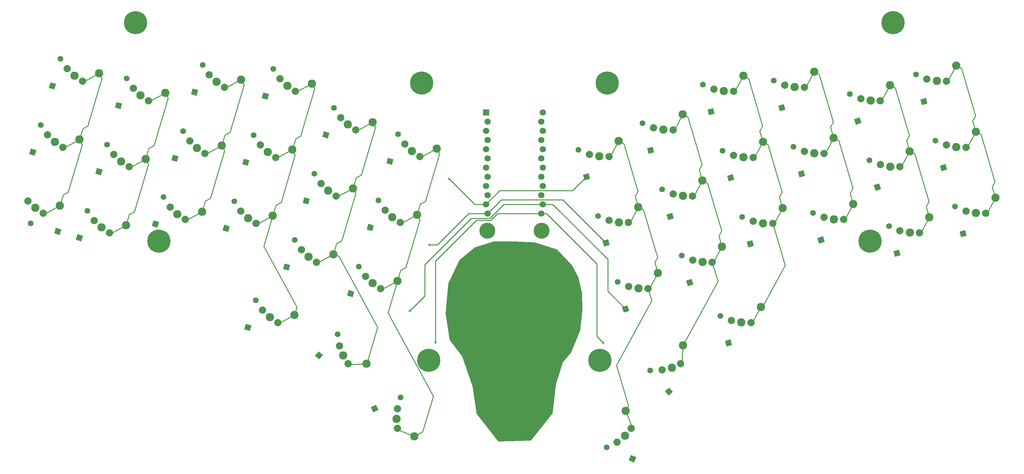
<source format=gtl>
G04 #@! TF.GenerationSoftware,KiCad,Pcbnew,5.1.6-c6e7f7d~87~ubuntu16.04.1*
G04 #@! TF.CreationDate,2020-08-10T13:21:27+02:00*
G04 #@! TF.ProjectId,ack42_pcb,61636b34-325f-4706-9362-2e6b69636164,rev?*
G04 #@! TF.SameCoordinates,Original*
G04 #@! TF.FileFunction,Copper,L1,Top*
G04 #@! TF.FilePolarity,Positive*
%FSLAX46Y46*%
G04 Gerber Fmt 4.6, Leading zero omitted, Abs format (unit mm)*
G04 Created by KiCad (PCBNEW 5.1.6-c6e7f7d~87~ubuntu16.04.1) date 2020-08-10 13:21:27*
%MOMM*%
%LPD*%
G01*
G04 APERTURE LIST*
G04 #@! TA.AperFunction,ComponentPad*
%ADD10C,2.000000*%
G04 #@! TD*
G04 #@! TA.AperFunction,ComponentPad*
%ADD11C,2.286000*%
G04 #@! TD*
G04 #@! TA.AperFunction,ComponentPad*
%ADD12C,4.400000*%
G04 #@! TD*
G04 #@! TA.AperFunction,ComponentPad*
%ADD13C,1.752600*%
G04 #@! TD*
G04 #@! TA.AperFunction,ComponentPad*
%ADD14R,1.752600X1.752600*%
G04 #@! TD*
G04 #@! TA.AperFunction,ComponentPad*
%ADD15C,0.100000*%
G04 #@! TD*
G04 #@! TA.AperFunction,ComponentPad*
%ADD16C,1.600000*%
G04 #@! TD*
G04 #@! TA.AperFunction,ComponentPad*
%ADD17C,6.400000*%
G04 #@! TD*
G04 #@! TA.AperFunction,ViaPad*
%ADD18C,0.600000*%
G04 #@! TD*
G04 #@! TA.AperFunction,Conductor*
%ADD19C,0.250000*%
G04 #@! TD*
G04 #@! TA.AperFunction,NonConductor*
%ADD20C,0.254000*%
G04 #@! TD*
G04 APERTURE END LIST*
D10*
X189205331Y-128503191D03*
D11*
X191895915Y-127831809D03*
X194968729Y-121721824D03*
D10*
X194341611Y-126762898D03*
X176784336Y-148404606D03*
D11*
X178939096Y-146659037D03*
X179141820Y-139822883D03*
D10*
X180703907Y-144656679D03*
X116114878Y-139234005D03*
D11*
X115921964Y-142000372D03*
X120783353Y-146810881D03*
D10*
X116182798Y-144656679D03*
X100191819Y-121876989D03*
D11*
X101186097Y-124465698D03*
X107625020Y-126770988D03*
D10*
X102545096Y-126762897D03*
D12*
X155943352Y-90022060D03*
X140943352Y-90022060D03*
D13*
X156291952Y-57332858D03*
X141051952Y-85272858D03*
X155834752Y-59872858D03*
X156291952Y-62412858D03*
X155834752Y-64952858D03*
X156291952Y-67492858D03*
X155834752Y-70032858D03*
X156291952Y-72572858D03*
X155834752Y-75112858D03*
X156291952Y-77652858D03*
X155834752Y-80192858D03*
X156291952Y-82732858D03*
X155834752Y-85272858D03*
X140594752Y-82732858D03*
X141051952Y-80192858D03*
X140594752Y-77652858D03*
X141051952Y-75112858D03*
X140594752Y-72572858D03*
X141051952Y-70032858D03*
X140594752Y-67492858D03*
X141051952Y-64952858D03*
X140594752Y-62412858D03*
X141051952Y-59872858D03*
D14*
X140594752Y-57332858D03*
G04 #@! TA.AperFunction,ComponentPad*
D15*
G36*
X21445441Y-51018363D02*
G01*
X19911329Y-50563939D01*
X20365753Y-49029827D01*
X21899865Y-49484251D01*
X21445441Y-51018363D01*
G37*
G04 #@! TD.AperFunction*
D16*
X23120917Y-42545301D03*
G04 #@! TA.AperFunction,ComponentPad*
D15*
G36*
X114618942Y-71838763D02*
G01*
X113084830Y-71384339D01*
X113539254Y-69850227D01*
X115073366Y-70304651D01*
X114618942Y-71838763D01*
G37*
G04 #@! TD.AperFunction*
D16*
X116294418Y-63365701D03*
D10*
X122349161Y-69508297D03*
D11*
X126956556Y-67368762D03*
X120146652Y-68000666D03*
D10*
X118151495Y-66074699D03*
D17*
X124822153Y-125876560D03*
X253004352Y-32576859D03*
X246631254Y-92921759D03*
X172064552Y-125876559D03*
X174069552Y-49178859D03*
X50255452Y-92921759D03*
X122817151Y-49178859D03*
X43882354Y-32576860D03*
D10*
X23764661Y-66953694D03*
D11*
X28372056Y-64814159D03*
X21562152Y-65446063D03*
D10*
X19566995Y-63520096D03*
X116938663Y-87773794D03*
D11*
X121546058Y-85634259D03*
X114736154Y-86266163D03*
D10*
X112740997Y-84340196D03*
G04 #@! TA.AperFunction,ComponentPad*
D15*
G36*
X39710742Y-56429365D02*
G01*
X38176630Y-55974941D01*
X38631054Y-54440829D01*
X40165166Y-54895253D01*
X39710742Y-56429365D01*
G37*
G04 #@! TD.AperFunction*
D16*
X41386218Y-47956303D03*
G04 #@! TA.AperFunction,ComponentPad*
D15*
G36*
X60674342Y-52730363D02*
G01*
X59140230Y-52275939D01*
X59594654Y-50741827D01*
X61128766Y-51196251D01*
X60674342Y-52730363D01*
G37*
G04 #@! TD.AperFunction*
D16*
X62349818Y-44257301D03*
G04 #@! TA.AperFunction,ComponentPad*
D15*
G36*
X80217942Y-53826366D02*
G01*
X78683830Y-53371942D01*
X79138254Y-51837830D01*
X80672366Y-52292254D01*
X80217942Y-53826366D01*
G37*
G04 #@! TD.AperFunction*
D16*
X81893418Y-45353304D03*
G04 #@! TA.AperFunction,ComponentPad*
D15*
G36*
X96921441Y-64510364D02*
G01*
X95387329Y-64055940D01*
X95841753Y-62521828D01*
X97375865Y-62976252D01*
X96921441Y-64510364D01*
G37*
G04 #@! TD.AperFunction*
D16*
X98596917Y-56037302D03*
G04 #@! TA.AperFunction,ComponentPad*
D15*
G36*
X169323699Y-75672972D02*
G01*
X167789587Y-76127396D01*
X167335163Y-74593284D01*
X168869275Y-74138860D01*
X169323699Y-75672972D01*
G37*
G04 #@! TD.AperFunction*
D16*
X166114111Y-67654334D03*
G04 #@! TA.AperFunction,ComponentPad*
D15*
G36*
X187021198Y-68344571D02*
G01*
X185487086Y-68798995D01*
X185032662Y-67264883D01*
X186566774Y-66810459D01*
X187021198Y-68344571D01*
G37*
G04 #@! TD.AperFunction*
D16*
X183811610Y-60325933D03*
G04 #@! TA.AperFunction,ComponentPad*
D15*
G36*
X203724697Y-57660571D02*
G01*
X202190585Y-58114995D01*
X201736161Y-56580883D01*
X203270273Y-56126459D01*
X203724697Y-57660571D01*
G37*
G04 #@! TD.AperFunction*
D16*
X200515109Y-49641933D03*
G04 #@! TA.AperFunction,ComponentPad*
D15*
G36*
X223268299Y-56564572D02*
G01*
X221734187Y-57018996D01*
X221279763Y-55484884D01*
X222813875Y-55030460D01*
X223268299Y-56564572D01*
G37*
G04 #@! TD.AperFunction*
D16*
X220058711Y-48545934D03*
G04 #@! TA.AperFunction,ComponentPad*
D15*
G36*
X244231896Y-60263572D02*
G01*
X242697784Y-60717996D01*
X242243360Y-59183884D01*
X243777472Y-58729460D01*
X244231896Y-60263572D01*
G37*
G04 #@! TD.AperFunction*
D16*
X241022308Y-52244934D03*
G04 #@! TA.AperFunction,ComponentPad*
D15*
G36*
X262497198Y-54852571D02*
G01*
X260963086Y-55306995D01*
X260508662Y-53772883D01*
X262042774Y-53318459D01*
X262497198Y-54852571D01*
G37*
G04 #@! TD.AperFunction*
D16*
X259287610Y-46833933D03*
G04 #@! TA.AperFunction,ComponentPad*
D15*
G36*
X16034440Y-69284163D02*
G01*
X14500328Y-68829739D01*
X14954752Y-67295627D01*
X16488864Y-67750051D01*
X16034440Y-69284163D01*
G37*
G04 #@! TD.AperFunction*
D16*
X17709916Y-60811101D03*
G04 #@! TA.AperFunction,ComponentPad*
D15*
G36*
X34300441Y-74694663D02*
G01*
X32766329Y-74240239D01*
X33220753Y-72706127D01*
X34754865Y-73160551D01*
X34300441Y-74694663D01*
G37*
G04 #@! TD.AperFunction*
D16*
X35975917Y-66221601D03*
G04 #@! TA.AperFunction,ComponentPad*
D15*
G36*
X55263940Y-70996363D02*
G01*
X53729828Y-70541939D01*
X54184252Y-69007827D01*
X55718364Y-69462251D01*
X55263940Y-70996363D01*
G37*
G04 #@! TD.AperFunction*
D16*
X56939416Y-62523301D03*
G04 #@! TA.AperFunction,ComponentPad*
D15*
G36*
X74807441Y-72092162D02*
G01*
X73273329Y-71637738D01*
X73727753Y-70103626D01*
X75261865Y-70558050D01*
X74807441Y-72092162D01*
G37*
G04 #@! TD.AperFunction*
D16*
X76482917Y-63619100D03*
G04 #@! TA.AperFunction,ComponentPad*
D15*
G36*
X91510942Y-82776164D02*
G01*
X89976830Y-82321740D01*
X90431254Y-80787628D01*
X91965366Y-81242052D01*
X91510942Y-82776164D01*
G37*
G04 #@! TD.AperFunction*
D16*
X93186418Y-74303102D03*
G04 #@! TA.AperFunction,ComponentPad*
D15*
G36*
X109208443Y-90104261D02*
G01*
X107674331Y-89649837D01*
X108128755Y-88115725D01*
X109662867Y-88570149D01*
X109208443Y-90104261D01*
G37*
G04 #@! TD.AperFunction*
D16*
X110883919Y-81631199D03*
G04 #@! TA.AperFunction,ComponentPad*
D15*
G36*
X174734197Y-93938473D02*
G01*
X173200085Y-94392897D01*
X172745661Y-92858785D01*
X174279773Y-92404361D01*
X174734197Y-93938473D01*
G37*
G04 #@! TD.AperFunction*
D16*
X171524609Y-85919835D03*
G04 #@! TA.AperFunction,ComponentPad*
D15*
G36*
X192431698Y-86610372D02*
G01*
X190897586Y-87064796D01*
X190443162Y-85530684D01*
X191977274Y-85076260D01*
X192431698Y-86610372D01*
G37*
G04 #@! TD.AperFunction*
D16*
X189222110Y-78591734D03*
X205925608Y-67907734D03*
G04 #@! TA.AperFunction,ComponentPad*
D15*
G36*
X209135196Y-75926372D02*
G01*
X207601084Y-76380796D01*
X207146660Y-74846684D01*
X208680772Y-74392260D01*
X209135196Y-75926372D01*
G37*
G04 #@! TD.AperFunction*
G04 #@! TA.AperFunction,ComponentPad*
G36*
X228678698Y-74830572D02*
G01*
X227144586Y-75284996D01*
X226690162Y-73750884D01*
X228224274Y-73296460D01*
X228678698Y-74830572D01*
G37*
G04 #@! TD.AperFunction*
D16*
X225469110Y-66811934D03*
G04 #@! TA.AperFunction,ComponentPad*
D15*
G36*
X249642198Y-78528873D02*
G01*
X248108086Y-78983297D01*
X247653662Y-77449185D01*
X249187774Y-76994761D01*
X249642198Y-78528873D01*
G37*
G04 #@! TD.AperFunction*
D16*
X246432610Y-70510235D03*
G04 #@! TA.AperFunction,ComponentPad*
D15*
G36*
X267908199Y-73118370D02*
G01*
X266374087Y-73572794D01*
X265919663Y-72038682D01*
X267453775Y-71584258D01*
X267908199Y-73118370D01*
G37*
G04 #@! TD.AperFunction*
D16*
X264698611Y-65099732D03*
G04 #@! TA.AperFunction,ComponentPad*
D15*
G36*
X23373178Y-89657952D02*
G01*
X22918754Y-91192064D01*
X21384642Y-90737640D01*
X21839066Y-89203528D01*
X23373178Y-89657952D01*
G37*
G04 #@! TD.AperFunction*
D16*
X14900116Y-87982476D03*
G04 #@! TA.AperFunction,ComponentPad*
D15*
G36*
X28889441Y-92960165D02*
G01*
X27355329Y-92505741D01*
X27809753Y-90971629D01*
X29343865Y-91426053D01*
X28889441Y-92960165D01*
G37*
G04 #@! TD.AperFunction*
D16*
X30564917Y-84487103D03*
G04 #@! TA.AperFunction,ComponentPad*
D15*
G36*
X49881842Y-89165980D02*
G01*
X48347730Y-88711556D01*
X48802154Y-87177444D01*
X50336266Y-87631868D01*
X49881842Y-89165980D01*
G37*
G04 #@! TD.AperFunction*
D16*
X51557318Y-80692918D03*
G04 #@! TA.AperFunction,ComponentPad*
D15*
G36*
X69396942Y-90357663D02*
G01*
X67862830Y-89903239D01*
X68317254Y-88369127D01*
X69851366Y-88823551D01*
X69396942Y-90357663D01*
G37*
G04 #@! TD.AperFunction*
D16*
X71072418Y-81884601D03*
G04 #@! TA.AperFunction,ComponentPad*
D15*
G36*
X86100441Y-101041663D02*
G01*
X84566329Y-100587239D01*
X85020753Y-99053127D01*
X86554865Y-99507551D01*
X86100441Y-101041663D01*
G37*
G04 #@! TD.AperFunction*
D16*
X87775917Y-92568601D03*
G04 #@! TA.AperFunction,ComponentPad*
D15*
G36*
X103797941Y-108369765D02*
G01*
X102263829Y-107915341D01*
X102718253Y-106381229D01*
X104252365Y-106835653D01*
X103797941Y-108369765D01*
G37*
G04 #@! TD.AperFunction*
D16*
X105473417Y-99896703D03*
G04 #@! TA.AperFunction,ComponentPad*
D15*
G36*
X180144697Y-112203972D02*
G01*
X178610585Y-112658396D01*
X178156161Y-111124284D01*
X179690273Y-110669860D01*
X180144697Y-112203972D01*
G37*
G04 #@! TD.AperFunction*
D16*
X176935109Y-104185334D03*
G04 #@! TA.AperFunction,ComponentPad*
D15*
G36*
X197842197Y-104875871D02*
G01*
X196308085Y-105330295D01*
X195853661Y-103796183D01*
X197387773Y-103341759D01*
X197842197Y-104875871D01*
G37*
G04 #@! TD.AperFunction*
D16*
X194632609Y-96857233D03*
G04 #@! TA.AperFunction,ComponentPad*
D15*
G36*
X214545698Y-94191870D02*
G01*
X213011586Y-94646294D01*
X212557162Y-93112182D01*
X214091274Y-92657758D01*
X214545698Y-94191870D01*
G37*
G04 #@! TD.AperFunction*
D16*
X211336110Y-86173232D03*
G04 #@! TA.AperFunction,ComponentPad*
D15*
G36*
X234089198Y-93096071D02*
G01*
X232555086Y-93550495D01*
X232100662Y-92016383D01*
X233634774Y-91561959D01*
X234089198Y-93096071D01*
G37*
G04 #@! TD.AperFunction*
D16*
X230879610Y-85077433D03*
G04 #@! TA.AperFunction,ComponentPad*
D15*
G36*
X255053199Y-96794372D02*
G01*
X253519087Y-97248796D01*
X253064663Y-95714684D01*
X254598775Y-95260260D01*
X255053199Y-96794372D01*
G37*
G04 #@! TD.AperFunction*
D16*
X251843611Y-88775734D03*
G04 #@! TA.AperFunction,ComponentPad*
D15*
G36*
X273318198Y-91383871D02*
G01*
X271784086Y-91838295D01*
X271329662Y-90304183D01*
X272863774Y-89849759D01*
X273318198Y-91383871D01*
G37*
G04 #@! TD.AperFunction*
D16*
X270108610Y-83365233D03*
G04 #@! TA.AperFunction,ComponentPad*
D15*
G36*
X75392443Y-117738064D02*
G01*
X73858331Y-117283640D01*
X74312755Y-115749528D01*
X75846867Y-116203952D01*
X75392443Y-117738064D01*
G37*
G04 #@! TD.AperFunction*
D16*
X77067919Y-109265002D03*
G04 #@! TA.AperFunction,ComponentPad*
D15*
G36*
X94554237Y-125608085D02*
G01*
X93355907Y-124547893D01*
X94416099Y-123349563D01*
X95614429Y-124409755D01*
X94554237Y-125608085D01*
G37*
G04 #@! TD.AperFunction*
D16*
X99653604Y-118636970D03*
G04 #@! TA.AperFunction,ComponentPad*
D15*
G36*
X109428666Y-140232981D02*
G01*
X108790668Y-138765685D01*
X110257964Y-138127687D01*
X110895962Y-139594983D01*
X109428666Y-140232981D01*
G37*
G04 #@! TD.AperFunction*
D16*
X116996383Y-136070092D03*
G04 #@! TA.AperFunction,ComponentPad*
D15*
G36*
X182074927Y-152613292D02*
G01*
X181436929Y-154080588D01*
X179969633Y-153442590D01*
X180607631Y-151975294D01*
X182074927Y-152613292D01*
G37*
G04 #@! TD.AperFunction*
D16*
X173869212Y-149917699D03*
G04 #@! TA.AperFunction,ComponentPad*
D15*
G36*
X192221567Y-134553457D02*
G01*
X191023237Y-135613649D01*
X189963045Y-134415319D01*
X191161375Y-133355127D01*
X192221567Y-134553457D01*
G37*
G04 #@! TD.AperFunction*
D16*
X185923870Y-128642534D03*
G04 #@! TA.AperFunction,ComponentPad*
D15*
G36*
X208550198Y-121572273D02*
G01*
X207016086Y-122026697D01*
X206561662Y-120492585D01*
X208095774Y-120038161D01*
X208550198Y-121572273D01*
G37*
G04 #@! TD.AperFunction*
D16*
X205340610Y-113553635D03*
D10*
X29175662Y-48687896D03*
D11*
X33783057Y-46548361D03*
X26973153Y-47180265D03*
D10*
X24977996Y-45254298D03*
X47440961Y-54098895D03*
D11*
X52048356Y-51959360D03*
X45238452Y-52591264D03*
D10*
X43243295Y-50665297D03*
X68404562Y-50399896D03*
D11*
X73011957Y-48260361D03*
X66202053Y-48892265D03*
D10*
X64206896Y-46966298D03*
X87948163Y-51495896D03*
D11*
X92555558Y-49356361D03*
X85745654Y-49988265D03*
D10*
X83750497Y-48062298D03*
X104651661Y-62179895D03*
D11*
X109259056Y-60040360D03*
X102449152Y-60672264D03*
D10*
X100453995Y-58746297D03*
X174537544Y-69508295D03*
D11*
X177236355Y-65204563D03*
X171869249Y-69443462D03*
D10*
X169147013Y-68914851D03*
X192235044Y-62179895D03*
D11*
X194933855Y-57876163D03*
X189566749Y-62115062D03*
D10*
X186844513Y-61586451D03*
X208938544Y-51495896D03*
D11*
X211637355Y-47192164D03*
X206270249Y-51431063D03*
D10*
X203548013Y-50902452D03*
X228482143Y-50399895D03*
D11*
X231180954Y-46096163D03*
X225813848Y-50335062D03*
D10*
X223091612Y-49806451D03*
X249445742Y-54098896D03*
D11*
X252144553Y-49795164D03*
X246777447Y-54034063D03*
D10*
X244055211Y-53505452D03*
X267711045Y-48687896D03*
D11*
X270409856Y-44384164D03*
X265042750Y-48623063D03*
D10*
X262320514Y-48094452D03*
X42030662Y-72364195D03*
D11*
X46638057Y-70224660D03*
X39828153Y-70856564D03*
D10*
X37832996Y-68930597D03*
X62994162Y-68665897D03*
D11*
X67601557Y-66526362D03*
X60791653Y-67158266D03*
D10*
X58796496Y-65232299D03*
X82537660Y-69761696D03*
D11*
X87145055Y-67622161D03*
X80335151Y-68254065D03*
D10*
X78339994Y-66328098D03*
X99241162Y-80445697D03*
D11*
X103848557Y-78306162D03*
X97038653Y-78938066D03*
D10*
X95043496Y-77012099D03*
X179948043Y-87773795D03*
D11*
X182646854Y-83470063D03*
X177279748Y-87708962D03*
D10*
X174557512Y-87180351D03*
X197645543Y-80445697D03*
D11*
X200344354Y-76141965D03*
X194977248Y-80380864D03*
D10*
X192255012Y-79852253D03*
X214349043Y-69761695D03*
D11*
X217047854Y-65457963D03*
X211680748Y-69696862D03*
D10*
X208958512Y-69168251D03*
X233892544Y-68665897D03*
D11*
X236591355Y-64362165D03*
X231224249Y-68601064D03*
D10*
X228502013Y-68072453D03*
X254856043Y-72364198D03*
D11*
X257554854Y-68060466D03*
X252187748Y-72299365D03*
D10*
X249465512Y-71770754D03*
X273122045Y-66953695D03*
D11*
X275820856Y-62649963D03*
X270453750Y-66888862D03*
D10*
X267731514Y-66360251D03*
X18354660Y-85219196D03*
D11*
X22962055Y-83079661D03*
X16152151Y-83711565D03*
D10*
X14156994Y-81785598D03*
X36619661Y-90629695D03*
D11*
X41227056Y-88490160D03*
X34417152Y-89122064D03*
D10*
X32421995Y-87196097D03*
X57583664Y-86931395D03*
D11*
X62191059Y-84791860D03*
X55381155Y-85423764D03*
D10*
X53385998Y-83497797D03*
X77127161Y-88027196D03*
D11*
X81734556Y-85887661D03*
X74924652Y-86519565D03*
D10*
X72929495Y-84593598D03*
X93830663Y-98711195D03*
D11*
X98438058Y-96571660D03*
X91628154Y-97203564D03*
D10*
X89632997Y-95277597D03*
X111528163Y-106039296D03*
D11*
X116135558Y-103899761D03*
X109325654Y-104531665D03*
D10*
X107330497Y-102605698D03*
X185358544Y-106039296D03*
D11*
X188057355Y-101735564D03*
X182690249Y-105974463D03*
D10*
X179968013Y-105445852D03*
X203056043Y-98711194D03*
D11*
X205754854Y-94407462D03*
X200387748Y-98646361D03*
D10*
X197665512Y-98117750D03*
X219759543Y-88027196D03*
D11*
X222458354Y-83723464D03*
X217091248Y-87962363D03*
D10*
X214369012Y-87433752D03*
X239303043Y-86931396D03*
D11*
X242001854Y-82627664D03*
X236634748Y-86866563D03*
D10*
X233912512Y-86337952D03*
X260267045Y-90629696D03*
D11*
X262965856Y-86325964D03*
X257598750Y-90564863D03*
D10*
X254876514Y-90036252D03*
X278532045Y-85219196D03*
D11*
X281230856Y-80915464D03*
X275863750Y-85154363D03*
D10*
X273141514Y-84625752D03*
X83122663Y-115407596D03*
D11*
X87730058Y-113268061D03*
X80920154Y-113899965D03*
D10*
X78924997Y-111973998D03*
X213764043Y-115407596D03*
D11*
X216462854Y-111103864D03*
X211095748Y-115342763D03*
D10*
X208373512Y-114814152D03*
D18*
X130447367Y-75692999D03*
X124988951Y-93944305D03*
X119564279Y-112205721D03*
X172988474Y-121024774D03*
X126682430Y-120902481D03*
D19*
X137487228Y-82732858D02*
X130447367Y-75692999D01*
X140594753Y-82732859D02*
X137487228Y-82732858D01*
X144386053Y-78941558D02*
X140594753Y-82732859D01*
X164521001Y-78941558D02*
X144386053Y-78941558D01*
X168329430Y-75133127D02*
X164521001Y-78941558D01*
X144843253Y-81481558D02*
X141051952Y-85272858D01*
X161822859Y-81481557D02*
X144843253Y-81481558D01*
X173739930Y-93398628D02*
X161822859Y-81481557D01*
X141051952Y-85272858D02*
X135834354Y-85272858D01*
X127162907Y-93944305D02*
X124988951Y-93944305D01*
X135834354Y-85272858D02*
X127162907Y-93944305D01*
X174200000Y-97900000D02*
X174200000Y-106713699D01*
X156291952Y-82732858D02*
X159032858Y-82732858D01*
X174200000Y-106713699D02*
X179150429Y-111664128D01*
X159032858Y-82732858D02*
X174200000Y-97900000D01*
X145574354Y-82732858D02*
X145474354Y-82732858D01*
X156291952Y-82732859D02*
X145574354Y-82732858D01*
X123700000Y-99400000D02*
X123700000Y-108070000D01*
X136436140Y-86663860D02*
X123700000Y-99400000D01*
X123700000Y-108070000D02*
X119564279Y-112205721D01*
X145574354Y-82732858D02*
X141643352Y-86663860D01*
X141643352Y-86663860D02*
X136436140Y-86663860D01*
X126550693Y-120770745D02*
X126682430Y-120902481D01*
X155834752Y-85272858D02*
X157272858Y-85272858D01*
X157272858Y-85272858D02*
X171200000Y-99200000D01*
X171200000Y-119236300D02*
X172988474Y-121024774D01*
X171200000Y-99200000D02*
X171200000Y-119236300D01*
X137943342Y-87163870D02*
X126682430Y-98424782D01*
X141850462Y-87163870D02*
X137943342Y-87163870D01*
X126682430Y-98424782D02*
X126682430Y-120902481D01*
X155834752Y-85272858D02*
X143741474Y-85272858D01*
X143741474Y-85272858D02*
X141850462Y-87163870D01*
X29248054Y-61856839D02*
X28372056Y-64814160D01*
X30669117Y-61085267D02*
X29248054Y-61856839D01*
X34554358Y-47968919D02*
X30669117Y-61085267D01*
X33783057Y-46548360D02*
X34554358Y-47968919D01*
X25258033Y-79351353D02*
X23838053Y-80122340D01*
X29143357Y-66234719D02*
X25258033Y-79351353D01*
X23838053Y-80122340D02*
X22962056Y-83079659D01*
X28372056Y-64814160D02*
X29143357Y-66234719D01*
X18786131Y-85347003D02*
X18354663Y-85219194D01*
X22962056Y-83079659D02*
X18786131Y-85347003D01*
X24196131Y-67081504D02*
X23764662Y-66953696D01*
X28372056Y-64814160D02*
X24196131Y-67081504D01*
X29607131Y-48815704D02*
X29175663Y-48687897D01*
X33783057Y-46548360D02*
X29607131Y-48815704D01*
X48934461Y-66496121D02*
X47514055Y-67267339D01*
X47514055Y-67267339D02*
X46638056Y-70224662D01*
X52819657Y-53379919D02*
X48934461Y-66496121D01*
X52048356Y-51959361D02*
X52819657Y-53379919D01*
X43524224Y-84761208D02*
X42103055Y-85532839D01*
X47409356Y-71645219D02*
X43524224Y-84761208D01*
X42103055Y-85532839D02*
X41227056Y-88490159D01*
X46638056Y-70224662D02*
X47409356Y-71645219D01*
X37051131Y-90757503D02*
X36619661Y-90629695D01*
X41227056Y-88490159D02*
X37051131Y-90757503D01*
X42462130Y-72492003D02*
X42030663Y-72364197D01*
X46638056Y-70224662D02*
X42462130Y-72492003D01*
X47872429Y-54226701D02*
X47440962Y-54098896D01*
X52048356Y-51959361D02*
X47872429Y-54226701D01*
X68477554Y-63569041D02*
X67601556Y-66526361D01*
X69897834Y-62797892D02*
X68477554Y-63569041D01*
X73783257Y-49680918D02*
X69897834Y-62797892D01*
X73011957Y-48260361D02*
X73783257Y-49680918D01*
X63067054Y-81834538D02*
X62191057Y-84791860D01*
X64487630Y-81063230D02*
X63067054Y-81834538D01*
X68372857Y-67946921D02*
X64487630Y-81063230D01*
X67601556Y-66526361D02*
X68372857Y-67946921D01*
X68836032Y-50527702D02*
X68404563Y-50399897D01*
X73011957Y-48260361D02*
X68836032Y-50527702D01*
X63425632Y-68793703D02*
X62994162Y-68665896D01*
X67601556Y-66526361D02*
X63425632Y-68793703D01*
X58015131Y-87059202D02*
X57583662Y-86931394D01*
X62191057Y-84791860D02*
X58015131Y-87059202D01*
X89441524Y-63893588D02*
X88021055Y-64664840D01*
X93326857Y-50776921D02*
X89441524Y-63893588D01*
X88021055Y-64664840D02*
X87145056Y-67622161D01*
X92555557Y-49356361D02*
X93326857Y-50776921D01*
X82610554Y-82930341D02*
X81734556Y-85887660D01*
X84031129Y-82159032D02*
X82610554Y-82930341D01*
X87916357Y-69042719D02*
X84031129Y-82159032D01*
X87145056Y-67622161D02*
X87916357Y-69042719D01*
X88365110Y-111124164D02*
X87730059Y-113268059D01*
X79238339Y-94314747D02*
X88365110Y-111124164D01*
X81734556Y-85887660D02*
X79238339Y-94314747D01*
X77558631Y-88155002D02*
X77127162Y-88027196D01*
X81734556Y-85887660D02*
X77558631Y-88155002D01*
X82969132Y-69889503D02*
X82537663Y-69761696D01*
X87145056Y-67622161D02*
X82969132Y-69889503D01*
X88379632Y-51623703D02*
X87948161Y-51495896D01*
X92555557Y-49356361D02*
X88379632Y-51623703D01*
X83554132Y-115535403D02*
X83122662Y-115407596D01*
X87730059Y-113268059D02*
X83554132Y-115535403D01*
X104724555Y-75348840D02*
X103848556Y-78306160D01*
X110030357Y-61460918D02*
X106145023Y-74577590D01*
X106145023Y-74577590D02*
X104724555Y-75348840D01*
X109259057Y-60040361D02*
X110030357Y-61460918D01*
X105083131Y-62307704D02*
X104651662Y-62179896D01*
X109259057Y-60040361D02*
X105083131Y-62307704D01*
X99672632Y-80573505D02*
X99241161Y-80445697D01*
X103848556Y-78306160D02*
X99672632Y-80573505D01*
X94262131Y-98839003D02*
X93830663Y-98711197D01*
X98438059Y-96571661D02*
X94262131Y-98839003D01*
X102882126Y-127061078D02*
X102545095Y-126762898D01*
X107625020Y-126770989D02*
X102882126Y-127061078D01*
X100734629Y-92843030D02*
X104619858Y-79726720D01*
X98438059Y-96571661D02*
X99314056Y-93614339D01*
X104619858Y-79726720D02*
X103848556Y-78306160D01*
X99314056Y-93614339D02*
X100734629Y-92843030D01*
X107665599Y-126748955D02*
X107625020Y-126770988D01*
X110651141Y-116669933D02*
X107665599Y-126748955D01*
X98438057Y-96571659D02*
X99987938Y-97030755D01*
X99987938Y-97030755D02*
X110651141Y-116669933D01*
X126849944Y-66447575D02*
X127621244Y-67868133D01*
X121439445Y-84713072D02*
X122210747Y-86133634D01*
X122422053Y-82676940D02*
X121546056Y-85634260D01*
X123842628Y-81905631D02*
X122422053Y-82676940D01*
X127727856Y-68789320D02*
X123842628Y-81905631D01*
X126956558Y-67368761D02*
X127727856Y-68789320D01*
X118432130Y-100171131D02*
X117011555Y-100942438D01*
X122317360Y-87054819D02*
X118432130Y-100171131D01*
X117011555Y-100942438D02*
X116135557Y-103899760D01*
X121546056Y-85634260D02*
X122317360Y-87054819D01*
X126019395Y-135703077D02*
X123102028Y-145551943D01*
X123102028Y-145551943D02*
X120783354Y-146810881D01*
X113529138Y-112698884D02*
X126019395Y-135703077D01*
X116135557Y-103899760D02*
X113529138Y-112698884D01*
X122780632Y-69636103D02*
X122349161Y-69508297D01*
X126956558Y-67368761D02*
X122780632Y-69636103D01*
X117370132Y-87901602D02*
X116938664Y-87773795D01*
X121546056Y-85634260D02*
X117370132Y-87901602D01*
X111959632Y-106167104D02*
X111528161Y-106039295D01*
X116135557Y-103899760D02*
X111959632Y-106167104D01*
X116362236Y-145069356D02*
X116182798Y-144656679D01*
X120783354Y-146810881D02*
X116362236Y-145069356D01*
X181770857Y-80512744D02*
X182646855Y-83470063D01*
X182542150Y-79092198D02*
X181770857Y-80512744D01*
X178656915Y-65975864D02*
X182542150Y-79092198D01*
X177236355Y-65204564D02*
X178656915Y-65975864D01*
X187181357Y-98778243D02*
X188057356Y-101735563D01*
X184067415Y-84241364D02*
X187952649Y-97357699D01*
X187952649Y-97357699D02*
X187181357Y-98778243D01*
X182646855Y-83470063D02*
X184067415Y-84241364D01*
X179206930Y-139702966D02*
X179141819Y-139822884D01*
X185790011Y-105911489D02*
X185358543Y-106039294D01*
X188057356Y-101735563D02*
X185790011Y-105911489D01*
X185358543Y-106039294D02*
X186320613Y-109287187D01*
X176594808Y-127199892D02*
X179913120Y-138402324D01*
X179913120Y-138402324D02*
X179141819Y-139822884D01*
X186320613Y-109287187D02*
X176594808Y-127199892D01*
X180379513Y-87645990D02*
X179948042Y-87773796D01*
X182646855Y-83470063D02*
X180379513Y-87645990D01*
X174969014Y-69380488D02*
X174537544Y-69508297D01*
X177236355Y-65204564D02*
X174969014Y-69380488D01*
X180883345Y-144244003D02*
X180703906Y-144656679D01*
X179141819Y-139822884D02*
X180883345Y-144244003D01*
X200239708Y-71763994D02*
X199468357Y-73184644D01*
X196354413Y-58647464D02*
X200239708Y-71763994D01*
X199468357Y-73184644D02*
X200344355Y-76141964D01*
X194933854Y-57876162D02*
X196354413Y-58647464D01*
X205650149Y-90029598D02*
X204878855Y-91450142D01*
X204878855Y-91450142D02*
X205754855Y-94407462D01*
X201764914Y-76913265D02*
X205650149Y-90029598D01*
X200344355Y-76141964D02*
X201764914Y-76913265D01*
X204611446Y-103962148D02*
X194968729Y-121721823D01*
X203056042Y-98711195D02*
X204611446Y-103962148D01*
X203487512Y-98583389D02*
X203056042Y-98711195D01*
X205754855Y-94407462D02*
X203487512Y-98583389D01*
X192666511Y-62052090D02*
X192235043Y-62179897D01*
X194933854Y-57876162D02*
X192666511Y-62052090D01*
X198077012Y-80317890D02*
X197645544Y-80445697D01*
X200344355Y-76141964D02*
X198077012Y-80317890D01*
X194678641Y-126464719D02*
X194341611Y-126762898D01*
X194968729Y-121721824D02*
X194678641Y-126464719D01*
X216171855Y-62500643D02*
X217047854Y-65457963D01*
X213057914Y-47963464D02*
X216943208Y-61079992D01*
X216943208Y-61079992D02*
X216171855Y-62500643D01*
X211637354Y-47192163D02*
X213057914Y-47963464D01*
X221582357Y-80766142D02*
X222458356Y-83723463D01*
X222353648Y-79345601D02*
X221582357Y-80766142D01*
X218468415Y-66229265D02*
X222353648Y-79345601D01*
X217047854Y-65457963D02*
X218468415Y-66229265D01*
X216984773Y-110949264D02*
X216462855Y-111103863D01*
X223173219Y-99551567D02*
X216984773Y-110949264D01*
X219759543Y-88027194D02*
X223173219Y-99551567D01*
X220191014Y-87899390D02*
X219759543Y-88027194D01*
X222458356Y-83723463D02*
X220191014Y-87899390D01*
X214195512Y-115279789D02*
X213764043Y-115407596D01*
X216462855Y-111103863D02*
X214195512Y-115279789D01*
X214780511Y-69633888D02*
X214349043Y-69761695D01*
X217047854Y-65457963D02*
X214780511Y-69633888D01*
X209370013Y-51368088D02*
X208938544Y-51495895D01*
X211637354Y-47192163D02*
X209370013Y-51368088D01*
X236486809Y-59984004D02*
X235715356Y-61404844D01*
X232601514Y-46867465D02*
X236486809Y-59984004D01*
X235715356Y-61404844D02*
X236591355Y-64362163D01*
X231180954Y-46096163D02*
X232601514Y-46867465D01*
X241125857Y-79670342D02*
X242001855Y-82627663D01*
X241897150Y-78249798D02*
X241125857Y-79670342D01*
X238011913Y-65133465D02*
X241897150Y-78249798D01*
X236591355Y-64362163D02*
X238011913Y-65133465D01*
X239734513Y-86803588D02*
X239303043Y-86931395D01*
X242001855Y-82627663D02*
X239734513Y-86803588D01*
X228913612Y-50272090D02*
X228482143Y-50399897D01*
X231180954Y-46096163D02*
X228913612Y-50272090D01*
X234324012Y-68538090D02*
X233892543Y-68665896D01*
X236591355Y-64362163D02*
X234324012Y-68538090D01*
X257450240Y-63682431D02*
X256678855Y-65103144D01*
X256678855Y-65103144D02*
X257554854Y-68060463D01*
X253565113Y-50566464D02*
X257450240Y-63682431D01*
X252144554Y-49795162D02*
X253565113Y-50566464D01*
X262860824Y-81948696D02*
X262089858Y-83368643D01*
X258975413Y-68831764D02*
X262860824Y-81948696D01*
X262089858Y-83368643D02*
X262965855Y-86325963D01*
X257554854Y-68060463D02*
X258975413Y-68831764D01*
X260698513Y-90501889D02*
X260267043Y-90629697D01*
X262965855Y-86325963D02*
X260698513Y-90501889D01*
X255287510Y-72236390D02*
X254856041Y-72364196D01*
X257554854Y-68060463D02*
X255287510Y-72236390D01*
X249877211Y-53971089D02*
X249445743Y-54098895D01*
X252144554Y-49795162D02*
X249877211Y-53971089D01*
X274944856Y-59692642D02*
X275820854Y-62649962D01*
X275715884Y-58272587D02*
X274944856Y-59692642D01*
X271830416Y-45155463D02*
X275715884Y-58272587D01*
X270409856Y-44384162D02*
X271830416Y-45155463D01*
X277241414Y-63421264D02*
X281126473Y-76537002D01*
X280354857Y-77958142D02*
X281230855Y-80915462D01*
X281126473Y-76537002D02*
X280354857Y-77958142D01*
X275820854Y-62649962D02*
X277241414Y-63421264D01*
X278963512Y-85091389D02*
X278532042Y-85219195D01*
X281230855Y-80915462D02*
X278963512Y-85091389D01*
X268142513Y-48560090D02*
X267711044Y-48687895D01*
X270409856Y-44384162D02*
X268142513Y-48560090D01*
X273553512Y-66825889D02*
X273122042Y-66953696D01*
X275820854Y-62649962D02*
X273553512Y-66825889D01*
D20*
G36*
X153921170Y-93290149D02*
G01*
X160073719Y-95274842D01*
X164238839Y-99638301D01*
X165923078Y-102907706D01*
X166916655Y-107279444D01*
X167016208Y-111958423D01*
X166418997Y-117532391D01*
X163933085Y-123598016D01*
X161645216Y-126383248D01*
X161631375Y-126403942D01*
X161622466Y-126424931D01*
X159722466Y-132324931D01*
X159717129Y-132349835D01*
X158821193Y-140413260D01*
X152880699Y-147838877D01*
X144003770Y-148134775D01*
X138064142Y-140512252D01*
X136969008Y-133045430D01*
X136963399Y-133022415D01*
X134063399Y-124622415D01*
X134053007Y-124599791D01*
X134044681Y-124587300D01*
X130664209Y-120113146D01*
X129571145Y-112759806D01*
X130267923Y-104498015D01*
X133345371Y-98144572D01*
X137604339Y-94677971D01*
X142762449Y-93090860D01*
X148341087Y-93090860D01*
X153921170Y-93290149D01*
G37*
X153921170Y-93290149D02*
X160073719Y-95274842D01*
X164238839Y-99638301D01*
X165923078Y-102907706D01*
X166916655Y-107279444D01*
X167016208Y-111958423D01*
X166418997Y-117532391D01*
X163933085Y-123598016D01*
X161645216Y-126383248D01*
X161631375Y-126403942D01*
X161622466Y-126424931D01*
X159722466Y-132324931D01*
X159717129Y-132349835D01*
X158821193Y-140413260D01*
X152880699Y-147838877D01*
X144003770Y-148134775D01*
X138064142Y-140512252D01*
X136969008Y-133045430D01*
X136963399Y-133022415D01*
X134063399Y-124622415D01*
X134053007Y-124599791D01*
X134044681Y-124587300D01*
X130664209Y-120113146D01*
X129571145Y-112759806D01*
X130267923Y-104498015D01*
X133345371Y-98144572D01*
X137604339Y-94677971D01*
X142762449Y-93090860D01*
X148341087Y-93090860D01*
X153921170Y-93290149D01*
M02*

</source>
